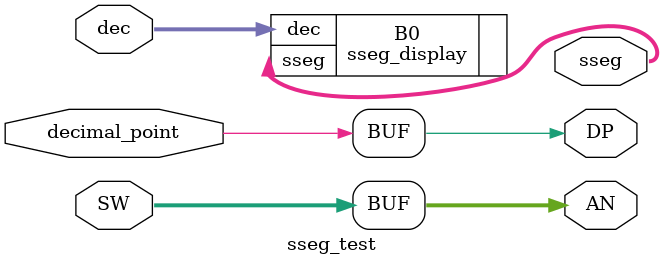
<source format=v>
`timescale 1ns / 1ps


module sseg_test(
    input [3:0] dec,
    input [7:0] SW,
    input decimal_point,
    output DP,
    output [7:0] AN,
    output [6:0] sseg
    );
    
    assign AN = SW;
    assign DP = decimal_point;
    
    sseg_display B0(
        .dec(dec),
        .sseg(sseg)
        
     );
     
endmodule

</source>
